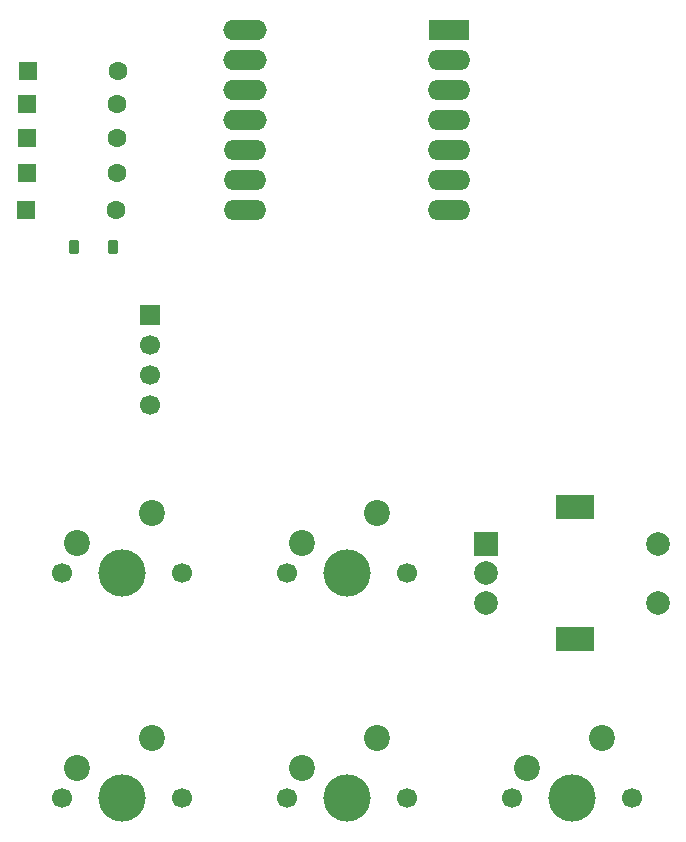
<source format=gbr>
%TF.GenerationSoftware,KiCad,Pcbnew,9.0.7*%
%TF.CreationDate,2026-01-31T12:03:09-06:00*%
%TF.ProjectId,PRO,50524f2e-6b69-4636-9164-5f7063625858,rev?*%
%TF.SameCoordinates,Original*%
%TF.FileFunction,Soldermask,Top*%
%TF.FilePolarity,Negative*%
%FSLAX46Y46*%
G04 Gerber Fmt 4.6, Leading zero omitted, Abs format (unit mm)*
G04 Created by KiCad (PCBNEW 9.0.7) date 2026-01-31 12:03:09*
%MOMM*%
%LPD*%
G01*
G04 APERTURE LIST*
G04 Aperture macros list*
%AMRoundRect*
0 Rectangle with rounded corners*
0 $1 Rounding radius*
0 $2 $3 $4 $5 $6 $7 $8 $9 X,Y pos of 4 corners*
0 Add a 4 corners polygon primitive as box body*
4,1,4,$2,$3,$4,$5,$6,$7,$8,$9,$2,$3,0*
0 Add four circle primitives for the rounded corners*
1,1,$1+$1,$2,$3*
1,1,$1+$1,$4,$5*
1,1,$1+$1,$6,$7*
1,1,$1+$1,$8,$9*
0 Add four rect primitives between the rounded corners*
20,1,$1+$1,$2,$3,$4,$5,0*
20,1,$1+$1,$4,$5,$6,$7,0*
20,1,$1+$1,$6,$7,$8,$9,0*
20,1,$1+$1,$8,$9,$2,$3,0*%
G04 Aperture macros list end*
%ADD10R,2.000000X2.000000*%
%ADD11C,2.000000*%
%ADD12R,3.200000X2.000000*%
%ADD13RoundRect,0.225000X-0.225000X-0.375000X0.225000X-0.375000X0.225000X0.375000X-0.225000X0.375000X0*%
%ADD14C,1.700000*%
%ADD15C,4.000000*%
%ADD16C,2.200000*%
%ADD17RoundRect,0.250000X-0.550000X-0.550000X0.550000X-0.550000X0.550000X0.550000X-0.550000X0.550000X0*%
%ADD18C,1.600000*%
%ADD19R,1.700000X1.700000*%
%ADD20R,3.500000X1.700000*%
%ADD21O,3.600000X1.700000*%
%ADD22O,3.700000X1.700000*%
G04 APERTURE END LIST*
D10*
%TO.C,RE1*%
X68950000Y-73700000D03*
D11*
X68950000Y-78700000D03*
X68950000Y-76200000D03*
D12*
X76450000Y-70600000D03*
X76450000Y-81800000D03*
D11*
X83450000Y-78700000D03*
X83450000Y-73700000D03*
%TD*%
D13*
%TO.C,D17*%
X34068800Y-48593700D03*
X37368800Y-48593700D03*
%TD*%
D14*
%TO.C,SW2*%
X52070000Y-76200000D03*
D15*
X57150000Y-76200000D03*
D14*
X62230000Y-76200000D03*
D16*
X59690000Y-71120000D03*
X53340000Y-73660000D03*
%TD*%
D14*
%TO.C,SW3*%
X33020000Y-95250000D03*
D15*
X38100000Y-95250000D03*
D14*
X43180000Y-95250000D03*
D16*
X40640000Y-90170000D03*
X34290000Y-92710000D03*
%TD*%
D14*
%TO.C,SW5*%
X71120000Y-95250000D03*
D15*
X76200000Y-95250000D03*
D14*
X81280000Y-95250000D03*
D16*
X78740000Y-90170000D03*
X72390000Y-92710000D03*
%TD*%
D14*
%TO.C,SW4*%
X52070000Y-95250000D03*
D15*
X57150000Y-95250000D03*
D14*
X62230000Y-95250000D03*
D16*
X59690000Y-90170000D03*
X53340000Y-92710000D03*
%TD*%
D14*
%TO.C,SWw1*%
X33020000Y-76200000D03*
D15*
X38100000Y-76200000D03*
D14*
X43180000Y-76200000D03*
D16*
X40640000Y-71120000D03*
X34290000Y-73660000D03*
%TD*%
D17*
%TO.C,D3*%
X30070000Y-39350000D03*
D18*
X37690000Y-39350000D03*
%TD*%
D17*
%TO.C,D4*%
X30050000Y-42290000D03*
D18*
X37670000Y-42290000D03*
%TD*%
D19*
%TO.C,U2*%
X40481300Y-54292500D03*
D14*
X40481300Y-56832500D03*
X40481300Y-59372500D03*
X40481300Y-61912500D03*
%TD*%
D17*
%TO.C,D5*%
X29950000Y-45410000D03*
D18*
X37570000Y-45410000D03*
%TD*%
D17*
%TO.C,D2*%
X30070000Y-36440000D03*
D18*
X37690000Y-36440000D03*
%TD*%
D17*
%TO.C,D1*%
X30100000Y-33630000D03*
D18*
X37720000Y-33630000D03*
%TD*%
D20*
%TO.C,U1*%
X65775000Y-30162500D03*
D21*
X65775000Y-32702500D03*
X65775000Y-35242500D03*
X65775000Y-37782500D03*
X65775000Y-40322500D03*
X65775000Y-42862500D03*
X65775000Y-45402500D03*
X48525000Y-45402500D03*
X48525000Y-42862500D03*
X48525000Y-40322500D03*
D22*
X48525000Y-37782500D03*
X48525000Y-35242500D03*
X48525000Y-32702500D03*
X48525000Y-30162500D03*
%TD*%
M02*

</source>
